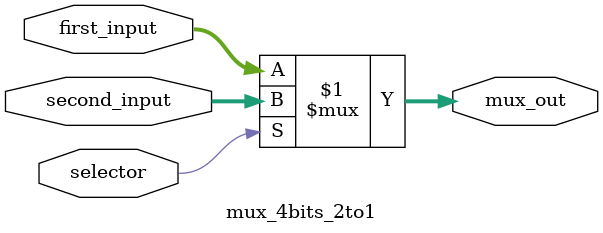
<source format=v>
module mux_4bits_2to1(
    input[3:0] first_input, second_input,
    input selector,
    output[3:0] mux_out
);
    assign mux_out = selector? second_input : first_input;

endmodule
</source>
